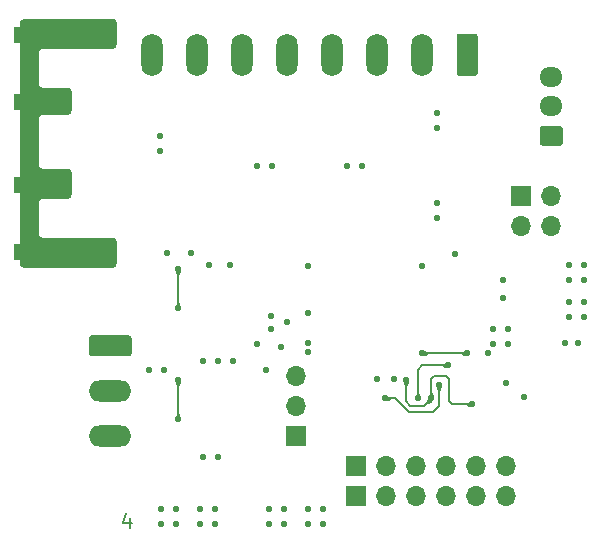
<source format=gbr>
G04 #@! TF.GenerationSoftware,KiCad,Pcbnew,(5.1.6)-1*
G04 #@! TF.CreationDate,2020-12-30T15:53:02+08:00*
G04 #@! TF.ProjectId,Module_ADS1263,4d6f6475-6c65-45f4-9144-53313236332e,rev?*
G04 #@! TF.SameCoordinates,Original*
G04 #@! TF.FileFunction,Copper,L4,Bot*
G04 #@! TF.FilePolarity,Positive*
%FSLAX46Y46*%
G04 Gerber Fmt 4.6, Leading zero omitted, Abs format (unit mm)*
G04 Created by KiCad (PCBNEW (5.1.6)-1) date 2020-12-30 15:53:02*
%MOMM*%
%LPD*%
G01*
G04 APERTURE LIST*
G04 #@! TA.AperFunction,NonConductor*
%ADD10C,0.203200*%
G04 #@! TD*
G04 #@! TA.AperFunction,ComponentPad*
%ADD11O,1.700000X1.700000*%
G04 #@! TD*
G04 #@! TA.AperFunction,ComponentPad*
%ADD12R,1.700000X1.700000*%
G04 #@! TD*
G04 #@! TA.AperFunction,ComponentPad*
%ADD13O,1.950000X1.700000*%
G04 #@! TD*
G04 #@! TA.AperFunction,SMDPad,CuDef*
%ADD14R,4.200000X1.350000*%
G04 #@! TD*
G04 #@! TA.AperFunction,ComponentPad*
%ADD15O,3.600000X1.800000*%
G04 #@! TD*
G04 #@! TA.AperFunction,ComponentPad*
%ADD16O,1.800000X3.600000*%
G04 #@! TD*
G04 #@! TA.AperFunction,ViaPad*
%ADD17C,0.558800*%
G04 #@! TD*
G04 #@! TA.AperFunction,Conductor*
%ADD18C,0.203200*%
G04 #@! TD*
G04 #@! TA.AperFunction,Conductor*
%ADD19C,0.127000*%
G04 #@! TD*
G04 #@! TA.AperFunction,Conductor*
%ADD20C,0.025400*%
G04 #@! TD*
G04 APERTURE END LIST*
D10*
X111611228Y-130167742D02*
X111611228Y-130980542D01*
X111320942Y-129703285D02*
X111030657Y-130574142D01*
X111785400Y-130574142D01*
D11*
X147320000Y-105410000D03*
X144780000Y-105410000D03*
X147320000Y-102870000D03*
D12*
X144780000Y-102870000D03*
D13*
X147320000Y-92790000D03*
X147320000Y-95290000D03*
G04 #@! TA.AperFunction,ComponentPad*
G36*
G01*
X148045000Y-98640000D02*
X146595000Y-98640000D01*
G75*
G02*
X146345000Y-98390000I0J250000D01*
G01*
X146345000Y-97190000D01*
G75*
G02*
X146595000Y-96940000I250000J0D01*
G01*
X148045000Y-96940000D01*
G75*
G02*
X148295000Y-97190000I0J-250000D01*
G01*
X148295000Y-98390000D01*
G75*
G02*
X148045000Y-98640000I-250000J0D01*
G01*
G37*
G04 #@! TD.AperFunction*
D14*
X103959000Y-107600000D03*
X103959000Y-101950000D03*
X103959000Y-94900000D03*
X103959000Y-89250000D03*
D11*
X143510000Y-128270000D03*
X140970000Y-128270000D03*
X138430000Y-128270000D03*
X135890000Y-128270000D03*
X133350000Y-128270000D03*
D12*
X130810000Y-128270000D03*
D11*
X143510000Y-125730000D03*
X140970000Y-125730000D03*
X138430000Y-125730000D03*
X135890000Y-125730000D03*
X133350000Y-125730000D03*
D12*
X130810000Y-125730000D03*
D15*
X109982000Y-123190000D03*
X109982000Y-119380000D03*
G04 #@! TA.AperFunction,ComponentPad*
G36*
G01*
X108432000Y-114670000D02*
X111532000Y-114670000D01*
G75*
G02*
X111782000Y-114920000I0J-250000D01*
G01*
X111782000Y-116220000D01*
G75*
G02*
X111532000Y-116470000I-250000J0D01*
G01*
X108432000Y-116470000D01*
G75*
G02*
X108182000Y-116220000I0J250000D01*
G01*
X108182000Y-114920000D01*
G75*
G02*
X108432000Y-114670000I250000J0D01*
G01*
G37*
G04 #@! TD.AperFunction*
D16*
X113538000Y-90932000D03*
X117348000Y-90932000D03*
X121158000Y-90932000D03*
X124968000Y-90932000D03*
X128778000Y-90932000D03*
X132588000Y-90932000D03*
X136398000Y-90932000D03*
G04 #@! TA.AperFunction,ComponentPad*
G36*
G01*
X141108000Y-89382000D02*
X141108000Y-92482000D01*
G75*
G02*
X140858000Y-92732000I-250000J0D01*
G01*
X139558000Y-92732000D01*
G75*
G02*
X139308000Y-92482000I0J250000D01*
G01*
X139308000Y-89382000D01*
G75*
G02*
X139558000Y-89132000I250000J0D01*
G01*
X140858000Y-89132000D01*
G75*
G02*
X141108000Y-89382000I0J-250000D01*
G01*
G37*
G04 #@! TD.AperFunction*
D11*
X125730000Y-118110000D03*
X125730000Y-120650000D03*
D12*
X125730000Y-123190000D03*
D17*
X104648000Y-107569000D03*
X103124000Y-107569000D03*
X104648000Y-101981000D03*
X103124000Y-101981000D03*
X104648000Y-94869000D03*
X103124000Y-94869000D03*
X104648000Y-89281000D03*
X103124000Y-89281000D03*
X114173000Y-97790000D03*
X114173000Y-99060000D03*
X137668000Y-95885000D03*
X137668000Y-97155000D03*
X130048000Y-100330000D03*
X131318000Y-100330000D03*
X137668000Y-103505000D03*
X137668000Y-104775000D03*
X122428000Y-100330000D03*
X123698000Y-100330000D03*
X113284000Y-117602000D03*
X114554000Y-117602000D03*
X117856000Y-116840000D03*
X119126000Y-116840000D03*
X120396000Y-116840000D03*
X117856000Y-124968000D03*
X119126000Y-124968000D03*
X114808000Y-107696000D03*
X116840000Y-107696000D03*
X118364000Y-108712000D03*
X120142000Y-108712000D03*
X123190000Y-117602000D03*
X124968000Y-113538000D03*
X124460000Y-115697000D03*
X123444000Y-129413000D03*
X124714000Y-129413000D03*
X123444000Y-130683000D03*
X124714000Y-130683000D03*
X148844000Y-109982000D03*
X148844000Y-108712000D03*
X150114000Y-109982000D03*
X150114000Y-108712000D03*
X103124000Y-97155000D03*
X103124000Y-98425000D03*
X103124000Y-99695000D03*
X106807000Y-107569000D03*
X108077000Y-107569000D03*
X109347000Y-107569000D03*
X106807000Y-89281000D03*
X108077000Y-89281000D03*
X109347000Y-89281000D03*
X133985000Y-118364000D03*
X126682500Y-115316000D03*
X126682500Y-116078000D03*
X126682500Y-108839000D03*
X117602000Y-129413000D03*
X118872000Y-129413000D03*
X118872000Y-130683000D03*
X117602000Y-130683000D03*
X132588000Y-118364000D03*
X126682500Y-112776000D03*
X114300000Y-129413000D03*
X115570000Y-129413000D03*
X114300000Y-130683000D03*
X115570000Y-130683000D03*
X123571000Y-113030000D03*
X123571000Y-114173000D03*
X122428000Y-115443000D03*
X136398000Y-108839000D03*
X139192000Y-107822994D03*
X126746000Y-129413000D03*
X128016000Y-129413000D03*
X128016000Y-130683000D03*
X126746000Y-130683000D03*
X148844000Y-111887000D03*
X150114000Y-111887000D03*
X148844000Y-113157000D03*
X150114000Y-113157000D03*
X148463000Y-115316000D03*
X149606000Y-115316000D03*
X143256000Y-111506000D03*
X143256000Y-109982000D03*
X141986000Y-116205000D03*
X142367000Y-114173000D03*
X143637000Y-114173000D03*
X143637000Y-115443000D03*
X142367000Y-115443000D03*
X145034000Y-119888000D03*
X143510000Y-118745000D03*
X137795000Y-118872000D03*
X133223000Y-120015000D03*
X138557000Y-117221000D03*
X136016996Y-120015000D03*
X140208000Y-116205000D03*
X136398000Y-116205000D03*
X137160000Y-120015000D03*
X135001000Y-118491000D03*
X140589000Y-120523000D03*
X115693500Y-118494500D03*
X115697000Y-121793000D03*
X115693500Y-109096500D03*
X115697000Y-112395000D03*
D18*
X137795000Y-120650000D02*
X137795000Y-118872000D01*
X137287000Y-121158000D02*
X137795000Y-120650000D01*
X135255000Y-121158000D02*
X137287000Y-121158000D01*
X133223000Y-120015000D02*
X134112000Y-120015000D01*
X134112000Y-120015000D02*
X135255000Y-121158000D01*
X136398000Y-117221000D02*
X136016996Y-117602004D01*
X138557000Y-117221000D02*
X136398000Y-117221000D01*
X136016996Y-119619869D02*
X136016996Y-120015000D01*
X136016996Y-117602004D02*
X136016996Y-119619869D01*
X140208000Y-116205000D02*
X136398000Y-116205000D01*
X136398000Y-116205000D02*
X136398000Y-116205000D01*
X135001000Y-118886131D02*
X135001000Y-118491000D01*
X135001000Y-120269000D02*
X135001000Y-118886131D01*
X137160000Y-120015000D02*
X136525000Y-120650000D01*
X135382000Y-120650000D02*
X135001000Y-120269000D01*
X136525000Y-120650000D02*
X135382000Y-120650000D01*
X138938000Y-120523000D02*
X140589000Y-120523000D01*
X137160000Y-118364000D02*
X137414000Y-118110000D01*
X138430000Y-118110000D02*
X138684000Y-118364000D01*
X138684000Y-120269000D02*
X138938000Y-120523000D01*
X137160000Y-120015000D02*
X137160000Y-118364000D01*
X137414000Y-118110000D02*
X138430000Y-118110000D01*
X138684000Y-118364000D02*
X138684000Y-120269000D01*
X115693500Y-118494500D02*
X115693500Y-121789500D01*
X115693500Y-109096500D02*
X115693500Y-112391500D01*
D19*
G36*
X110206866Y-87963791D02*
G01*
X110295158Y-88008779D01*
X110365221Y-88078842D01*
X110410209Y-88167134D01*
X110426500Y-88269996D01*
X110426500Y-90038004D01*
X110410209Y-90140866D01*
X110365221Y-90229158D01*
X110295158Y-90299221D01*
X110206866Y-90344209D01*
X110104004Y-90360500D01*
X104267000Y-90360500D01*
X104257067Y-90361282D01*
X104139332Y-90379929D01*
X104127287Y-90383072D01*
X104120436Y-90386068D01*
X104014225Y-90440186D01*
X104003741Y-90446898D01*
X103998153Y-90451864D01*
X103913864Y-90536153D01*
X103905967Y-90545775D01*
X103902186Y-90552225D01*
X103848068Y-90658436D01*
X103843531Y-90670028D01*
X103841929Y-90677332D01*
X103823282Y-90795067D01*
X103822500Y-90805000D01*
X103822500Y-93345000D01*
X103823282Y-93354933D01*
X103841929Y-93472668D01*
X103845072Y-93484713D01*
X103848068Y-93491564D01*
X103902186Y-93597775D01*
X103908898Y-93608259D01*
X103913864Y-93613847D01*
X103998153Y-93698136D01*
X104007775Y-93706033D01*
X104014225Y-93709814D01*
X104120436Y-93763932D01*
X104132028Y-93768469D01*
X104139332Y-93770071D01*
X104257067Y-93788718D01*
X104267000Y-93789500D01*
X106294004Y-93789500D01*
X106396866Y-93805791D01*
X106485158Y-93850779D01*
X106555221Y-93920842D01*
X106600209Y-94009134D01*
X106616500Y-94111996D01*
X106616500Y-95626004D01*
X106600209Y-95728866D01*
X106555221Y-95817158D01*
X106485158Y-95887221D01*
X106396866Y-95932209D01*
X106294004Y-95948500D01*
X104267000Y-95948500D01*
X104257067Y-95949282D01*
X104139332Y-95967929D01*
X104127287Y-95971072D01*
X104120436Y-95974068D01*
X104014225Y-96028186D01*
X104003741Y-96034898D01*
X103998153Y-96039864D01*
X103913864Y-96124153D01*
X103905967Y-96133775D01*
X103902186Y-96140225D01*
X103848068Y-96246436D01*
X103843531Y-96258028D01*
X103841929Y-96265332D01*
X103823282Y-96383067D01*
X103822500Y-96393000D01*
X103822500Y-100203000D01*
X103823282Y-100212933D01*
X103841929Y-100330668D01*
X103845072Y-100342713D01*
X103848068Y-100349564D01*
X103902186Y-100455775D01*
X103908898Y-100466259D01*
X103913864Y-100471847D01*
X103998153Y-100556136D01*
X104007775Y-100564033D01*
X104014225Y-100567814D01*
X104120436Y-100621932D01*
X104132028Y-100626469D01*
X104139332Y-100628071D01*
X104257067Y-100646718D01*
X104267000Y-100647500D01*
X106294004Y-100647500D01*
X106396866Y-100663791D01*
X106485158Y-100708779D01*
X106555221Y-100778842D01*
X106600209Y-100867134D01*
X106616500Y-100969996D01*
X106616500Y-102738004D01*
X106600209Y-102840866D01*
X106555221Y-102929158D01*
X106485158Y-102999221D01*
X106396866Y-103044209D01*
X106294004Y-103060500D01*
X104267000Y-103060500D01*
X104257067Y-103061282D01*
X104139332Y-103079929D01*
X104127287Y-103083072D01*
X104120436Y-103086068D01*
X104014225Y-103140186D01*
X104003741Y-103146898D01*
X103998153Y-103151864D01*
X103913864Y-103236153D01*
X103905967Y-103245775D01*
X103902186Y-103252225D01*
X103848068Y-103358436D01*
X103843531Y-103370028D01*
X103841929Y-103377332D01*
X103823282Y-103495067D01*
X103822500Y-103505000D01*
X103822500Y-106045000D01*
X103823282Y-106054933D01*
X103841929Y-106172668D01*
X103845072Y-106184713D01*
X103848068Y-106191564D01*
X103902186Y-106297775D01*
X103908898Y-106308259D01*
X103913864Y-106313847D01*
X103998153Y-106398136D01*
X104007775Y-106406033D01*
X104014225Y-106409814D01*
X104120436Y-106463932D01*
X104132028Y-106468469D01*
X104139332Y-106470071D01*
X104257067Y-106488718D01*
X104267000Y-106489500D01*
X110104004Y-106489500D01*
X110206866Y-106505791D01*
X110295158Y-106550779D01*
X110365221Y-106620842D01*
X110410209Y-106709134D01*
X110426500Y-106811996D01*
X110426500Y-108580004D01*
X110410209Y-108682866D01*
X110365221Y-108771158D01*
X110295158Y-108841221D01*
X110206866Y-108886209D01*
X110104004Y-108902500D01*
X102747996Y-108902500D01*
X102645134Y-108886209D01*
X102556842Y-108841221D01*
X102486779Y-108771158D01*
X102441791Y-108682866D01*
X102425500Y-108580004D01*
X102425500Y-88269996D01*
X102441791Y-88167134D01*
X102486779Y-88078842D01*
X102556842Y-88008779D01*
X102645134Y-87963791D01*
X102747996Y-87947500D01*
X110104004Y-87947500D01*
X110206866Y-87963791D01*
G37*
X110206866Y-87963791D02*
X110295158Y-88008779D01*
X110365221Y-88078842D01*
X110410209Y-88167134D01*
X110426500Y-88269996D01*
X110426500Y-90038004D01*
X110410209Y-90140866D01*
X110365221Y-90229158D01*
X110295158Y-90299221D01*
X110206866Y-90344209D01*
X110104004Y-90360500D01*
X104267000Y-90360500D01*
X104257067Y-90361282D01*
X104139332Y-90379929D01*
X104127287Y-90383072D01*
X104120436Y-90386068D01*
X104014225Y-90440186D01*
X104003741Y-90446898D01*
X103998153Y-90451864D01*
X103913864Y-90536153D01*
X103905967Y-90545775D01*
X103902186Y-90552225D01*
X103848068Y-90658436D01*
X103843531Y-90670028D01*
X103841929Y-90677332D01*
X103823282Y-90795067D01*
X103822500Y-90805000D01*
X103822500Y-93345000D01*
X103823282Y-93354933D01*
X103841929Y-93472668D01*
X103845072Y-93484713D01*
X103848068Y-93491564D01*
X103902186Y-93597775D01*
X103908898Y-93608259D01*
X103913864Y-93613847D01*
X103998153Y-93698136D01*
X104007775Y-93706033D01*
X104014225Y-93709814D01*
X104120436Y-93763932D01*
X104132028Y-93768469D01*
X104139332Y-93770071D01*
X104257067Y-93788718D01*
X104267000Y-93789500D01*
X106294004Y-93789500D01*
X106396866Y-93805791D01*
X106485158Y-93850779D01*
X106555221Y-93920842D01*
X106600209Y-94009134D01*
X106616500Y-94111996D01*
X106616500Y-95626004D01*
X106600209Y-95728866D01*
X106555221Y-95817158D01*
X106485158Y-95887221D01*
X106396866Y-95932209D01*
X106294004Y-95948500D01*
X104267000Y-95948500D01*
X104257067Y-95949282D01*
X104139332Y-95967929D01*
X104127287Y-95971072D01*
X104120436Y-95974068D01*
X104014225Y-96028186D01*
X104003741Y-96034898D01*
X103998153Y-96039864D01*
X103913864Y-96124153D01*
X103905967Y-96133775D01*
X103902186Y-96140225D01*
X103848068Y-96246436D01*
X103843531Y-96258028D01*
X103841929Y-96265332D01*
X103823282Y-96383067D01*
X103822500Y-96393000D01*
X103822500Y-100203000D01*
X103823282Y-100212933D01*
X103841929Y-100330668D01*
X103845072Y-100342713D01*
X103848068Y-100349564D01*
X103902186Y-100455775D01*
X103908898Y-100466259D01*
X103913864Y-100471847D01*
X103998153Y-100556136D01*
X104007775Y-100564033D01*
X104014225Y-100567814D01*
X104120436Y-100621932D01*
X104132028Y-100626469D01*
X104139332Y-100628071D01*
X104257067Y-100646718D01*
X104267000Y-100647500D01*
X106294004Y-100647500D01*
X106396866Y-100663791D01*
X106485158Y-100708779D01*
X106555221Y-100778842D01*
X106600209Y-100867134D01*
X106616500Y-100969996D01*
X106616500Y-102738004D01*
X106600209Y-102840866D01*
X106555221Y-102929158D01*
X106485158Y-102999221D01*
X106396866Y-103044209D01*
X106294004Y-103060500D01*
X104267000Y-103060500D01*
X104257067Y-103061282D01*
X104139332Y-103079929D01*
X104127287Y-103083072D01*
X104120436Y-103086068D01*
X104014225Y-103140186D01*
X104003741Y-103146898D01*
X103998153Y-103151864D01*
X103913864Y-103236153D01*
X103905967Y-103245775D01*
X103902186Y-103252225D01*
X103848068Y-103358436D01*
X103843531Y-103370028D01*
X103841929Y-103377332D01*
X103823282Y-103495067D01*
X103822500Y-103505000D01*
X103822500Y-106045000D01*
X103823282Y-106054933D01*
X103841929Y-106172668D01*
X103845072Y-106184713D01*
X103848068Y-106191564D01*
X103902186Y-106297775D01*
X103908898Y-106308259D01*
X103913864Y-106313847D01*
X103998153Y-106398136D01*
X104007775Y-106406033D01*
X104014225Y-106409814D01*
X104120436Y-106463932D01*
X104132028Y-106468469D01*
X104139332Y-106470071D01*
X104257067Y-106488718D01*
X104267000Y-106489500D01*
X110104004Y-106489500D01*
X110206866Y-106505791D01*
X110295158Y-106550779D01*
X110365221Y-106620842D01*
X110410209Y-106709134D01*
X110426500Y-106811996D01*
X110426500Y-108580004D01*
X110410209Y-108682866D01*
X110365221Y-108771158D01*
X110295158Y-108841221D01*
X110206866Y-108886209D01*
X110104004Y-108902500D01*
X102747996Y-108902500D01*
X102645134Y-108886209D01*
X102556842Y-108841221D01*
X102486779Y-108771158D01*
X102441791Y-108682866D01*
X102425500Y-108580004D01*
X102425500Y-88269996D01*
X102441791Y-88167134D01*
X102486779Y-88078842D01*
X102556842Y-88008779D01*
X102645134Y-87963791D01*
X102747996Y-87947500D01*
X110104004Y-87947500D01*
X110206866Y-87963791D01*
D20*
G36*
X137844892Y-118871943D02*
G01*
X137882624Y-118909709D01*
X137970985Y-119062970D01*
X137969502Y-119075556D01*
X137955174Y-119091944D01*
X137954862Y-119092314D01*
X137954739Y-119092466D01*
X137954415Y-119092885D01*
X137939501Y-119112976D01*
X137939256Y-119113317D01*
X137939193Y-119113408D01*
X137938849Y-119113932D01*
X137925755Y-119134994D01*
X137925757Y-119134995D01*
X137925220Y-119135938D01*
X137913954Y-119157980D01*
X137913509Y-119158950D01*
X137904133Y-119181860D01*
X137903940Y-119182361D01*
X137903918Y-119182422D01*
X137903752Y-119182914D01*
X137896273Y-119206649D01*
X137896137Y-119207110D01*
X137896097Y-119207256D01*
X137895963Y-119207791D01*
X137890367Y-119232351D01*
X137890257Y-119232891D01*
X137890215Y-119233121D01*
X137890143Y-119233558D01*
X137886417Y-119258946D01*
X137886357Y-119259414D01*
X137886323Y-119259726D01*
X137886280Y-119260201D01*
X137884732Y-119281972D01*
X137877927Y-119288544D01*
X137712073Y-119288544D01*
X137705268Y-119281972D01*
X137703719Y-119260201D01*
X137703676Y-119259726D01*
X137703642Y-119259414D01*
X137703582Y-119258946D01*
X137699857Y-119233559D01*
X137699778Y-119233079D01*
X137699735Y-119232848D01*
X137699632Y-119232351D01*
X137694036Y-119207791D01*
X137693902Y-119207256D01*
X137693862Y-119207110D01*
X137693726Y-119206649D01*
X137686247Y-119182914D01*
X137686081Y-119182422D01*
X137686059Y-119182361D01*
X137685866Y-119181860D01*
X137676490Y-119158950D01*
X137676045Y-119157980D01*
X137664779Y-119135938D01*
X137664360Y-119135184D01*
X137664348Y-119135164D01*
X137664243Y-119134992D01*
X137651149Y-119113931D01*
X137650806Y-119113408D01*
X137650743Y-119113317D01*
X137650498Y-119112976D01*
X137635584Y-119092885D01*
X137635260Y-119092466D01*
X137635137Y-119092314D01*
X137634825Y-119091944D01*
X137620498Y-119075556D01*
X137619015Y-119062969D01*
X137707376Y-118909709D01*
X137745108Y-118871943D01*
X137795000Y-118858566D01*
X137844892Y-118871943D01*
G37*
X137844892Y-118871943D02*
X137882624Y-118909709D01*
X137970985Y-119062970D01*
X137969502Y-119075556D01*
X137955174Y-119091944D01*
X137954862Y-119092314D01*
X137954739Y-119092466D01*
X137954415Y-119092885D01*
X137939501Y-119112976D01*
X137939256Y-119113317D01*
X137939193Y-119113408D01*
X137938849Y-119113932D01*
X137925755Y-119134994D01*
X137925757Y-119134995D01*
X137925220Y-119135938D01*
X137913954Y-119157980D01*
X137913509Y-119158950D01*
X137904133Y-119181860D01*
X137903940Y-119182361D01*
X137903918Y-119182422D01*
X137903752Y-119182914D01*
X137896273Y-119206649D01*
X137896137Y-119207110D01*
X137896097Y-119207256D01*
X137895963Y-119207791D01*
X137890367Y-119232351D01*
X137890257Y-119232891D01*
X137890215Y-119233121D01*
X137890143Y-119233558D01*
X137886417Y-119258946D01*
X137886357Y-119259414D01*
X137886323Y-119259726D01*
X137886280Y-119260201D01*
X137884732Y-119281972D01*
X137877927Y-119288544D01*
X137712073Y-119288544D01*
X137705268Y-119281972D01*
X137703719Y-119260201D01*
X137703676Y-119259726D01*
X137703642Y-119259414D01*
X137703582Y-119258946D01*
X137699857Y-119233559D01*
X137699778Y-119233079D01*
X137699735Y-119232848D01*
X137699632Y-119232351D01*
X137694036Y-119207791D01*
X137693902Y-119207256D01*
X137693862Y-119207110D01*
X137693726Y-119206649D01*
X137686247Y-119182914D01*
X137686081Y-119182422D01*
X137686059Y-119182361D01*
X137685866Y-119181860D01*
X137676490Y-119158950D01*
X137676045Y-119157980D01*
X137664779Y-119135938D01*
X137664360Y-119135184D01*
X137664348Y-119135164D01*
X137664243Y-119134992D01*
X137651149Y-119113931D01*
X137650806Y-119113408D01*
X137650743Y-119113317D01*
X137650498Y-119112976D01*
X137635584Y-119092885D01*
X137635260Y-119092466D01*
X137635137Y-119092314D01*
X137634825Y-119091944D01*
X137620498Y-119075556D01*
X137619015Y-119062969D01*
X137707376Y-118909709D01*
X137745108Y-118871943D01*
X137795000Y-118858566D01*
X137844892Y-118871943D01*
G36*
X133426556Y-119840498D02*
G01*
X133442944Y-119854826D01*
X133443353Y-119855169D01*
X133443505Y-119855291D01*
X133443885Y-119855584D01*
X133463976Y-119870499D01*
X133464395Y-119870798D01*
X133464486Y-119870860D01*
X133464931Y-119871149D01*
X133485993Y-119884244D01*
X133486336Y-119884450D01*
X133486355Y-119884461D01*
X133486938Y-119884779D01*
X133508980Y-119896045D01*
X133509950Y-119896490D01*
X133532860Y-119905866D01*
X133533361Y-119906059D01*
X133533422Y-119906081D01*
X133533914Y-119906247D01*
X133557649Y-119913726D01*
X133558188Y-119913883D01*
X133558334Y-119913922D01*
X133558790Y-119914035D01*
X133583350Y-119919632D01*
X133583848Y-119919735D01*
X133584079Y-119919778D01*
X133584559Y-119919857D01*
X133609946Y-119923582D01*
X133610414Y-119923642D01*
X133610726Y-119923676D01*
X133611201Y-119923719D01*
X133632972Y-119925268D01*
X133639544Y-119932073D01*
X133639544Y-120097927D01*
X133632972Y-120104732D01*
X133611201Y-120106281D01*
X133610766Y-120106319D01*
X133610454Y-120106352D01*
X133609946Y-120106417D01*
X133584559Y-120110143D01*
X133584131Y-120110213D01*
X133583900Y-120110255D01*
X133583350Y-120110367D01*
X133558790Y-120115964D01*
X133558334Y-120116077D01*
X133558188Y-120116116D01*
X133557649Y-120116273D01*
X133533914Y-120123752D01*
X133533422Y-120123918D01*
X133533361Y-120123940D01*
X133532860Y-120124133D01*
X133509950Y-120133509D01*
X133508980Y-120133954D01*
X133486938Y-120145220D01*
X133485995Y-120145757D01*
X133485994Y-120145755D01*
X133464932Y-120158849D01*
X133464408Y-120159193D01*
X133464317Y-120159256D01*
X133463976Y-120159501D01*
X133443885Y-120174415D01*
X133443466Y-120174739D01*
X133443314Y-120174862D01*
X133442944Y-120175174D01*
X133426556Y-120189502D01*
X133413970Y-120190985D01*
X133260709Y-120102624D01*
X133222943Y-120064892D01*
X133209566Y-120015000D01*
X133222943Y-119965108D01*
X133260709Y-119927376D01*
X133413969Y-119839015D01*
X133426556Y-119840498D01*
G37*
X133426556Y-119840498D02*
X133442944Y-119854826D01*
X133443353Y-119855169D01*
X133443505Y-119855291D01*
X133443885Y-119855584D01*
X133463976Y-119870499D01*
X133464395Y-119870798D01*
X133464486Y-119870860D01*
X133464931Y-119871149D01*
X133485993Y-119884244D01*
X133486336Y-119884450D01*
X133486355Y-119884461D01*
X133486938Y-119884779D01*
X133508980Y-119896045D01*
X133509950Y-119896490D01*
X133532860Y-119905866D01*
X133533361Y-119906059D01*
X133533422Y-119906081D01*
X133533914Y-119906247D01*
X133557649Y-119913726D01*
X133558188Y-119913883D01*
X133558334Y-119913922D01*
X133558790Y-119914035D01*
X133583350Y-119919632D01*
X133583848Y-119919735D01*
X133584079Y-119919778D01*
X133584559Y-119919857D01*
X133609946Y-119923582D01*
X133610414Y-119923642D01*
X133610726Y-119923676D01*
X133611201Y-119923719D01*
X133632972Y-119925268D01*
X133639544Y-119932073D01*
X133639544Y-120097927D01*
X133632972Y-120104732D01*
X133611201Y-120106281D01*
X133610766Y-120106319D01*
X133610454Y-120106352D01*
X133609946Y-120106417D01*
X133584559Y-120110143D01*
X133584131Y-120110213D01*
X133583900Y-120110255D01*
X133583350Y-120110367D01*
X133558790Y-120115964D01*
X133558334Y-120116077D01*
X133558188Y-120116116D01*
X133557649Y-120116273D01*
X133533914Y-120123752D01*
X133533422Y-120123918D01*
X133533361Y-120123940D01*
X133532860Y-120124133D01*
X133509950Y-120133509D01*
X133508980Y-120133954D01*
X133486938Y-120145220D01*
X133485995Y-120145757D01*
X133485994Y-120145755D01*
X133464932Y-120158849D01*
X133464408Y-120159193D01*
X133464317Y-120159256D01*
X133463976Y-120159501D01*
X133443885Y-120174415D01*
X133443466Y-120174739D01*
X133443314Y-120174862D01*
X133442944Y-120175174D01*
X133426556Y-120189502D01*
X133413970Y-120190985D01*
X133260709Y-120102624D01*
X133222943Y-120064892D01*
X133209566Y-120015000D01*
X133222943Y-119965108D01*
X133260709Y-119927376D01*
X133413969Y-119839015D01*
X133426556Y-119840498D01*
G36*
X138519292Y-117133376D02*
G01*
X138557057Y-117171108D01*
X138570434Y-117221000D01*
X138557057Y-117270892D01*
X138519292Y-117308624D01*
X138366031Y-117396985D01*
X138353444Y-117395502D01*
X138337055Y-117381174D01*
X138336685Y-117380862D01*
X138336533Y-117380739D01*
X138336114Y-117380415D01*
X138316023Y-117365501D01*
X138315682Y-117365256D01*
X138315591Y-117365193D01*
X138315068Y-117364850D01*
X138294007Y-117351756D01*
X138293835Y-117351651D01*
X138293815Y-117351639D01*
X138293061Y-117351220D01*
X138271019Y-117339954D01*
X138270049Y-117339509D01*
X138247139Y-117330133D01*
X138246638Y-117329940D01*
X138246577Y-117329918D01*
X138246085Y-117329752D01*
X138222350Y-117322273D01*
X138221811Y-117322116D01*
X138221665Y-117322077D01*
X138221209Y-117321964D01*
X138196649Y-117316367D01*
X138196099Y-117316255D01*
X138195868Y-117316213D01*
X138195440Y-117316143D01*
X138170053Y-117312417D01*
X138169545Y-117312352D01*
X138169233Y-117312319D01*
X138168798Y-117312281D01*
X138147028Y-117310732D01*
X138140456Y-117303928D01*
X138140456Y-117138072D01*
X138147028Y-117131268D01*
X138168798Y-117129719D01*
X138169273Y-117129676D01*
X138169585Y-117129642D01*
X138170053Y-117129582D01*
X138195441Y-117125857D01*
X138195931Y-117125776D01*
X138196161Y-117125733D01*
X138196648Y-117125632D01*
X138221208Y-117120036D01*
X138221743Y-117119902D01*
X138221889Y-117119862D01*
X138222350Y-117119726D01*
X138246085Y-117112247D01*
X138246577Y-117112081D01*
X138246638Y-117112059D01*
X138247139Y-117111866D01*
X138270049Y-117102490D01*
X138271019Y-117102045D01*
X138293061Y-117090779D01*
X138293401Y-117090598D01*
X138293421Y-117090587D01*
X138294007Y-117090244D01*
X138315068Y-117077149D01*
X138315513Y-117076860D01*
X138315604Y-117076798D01*
X138316023Y-117076499D01*
X138336114Y-117061584D01*
X138336533Y-117061260D01*
X138336685Y-117061137D01*
X138337055Y-117060826D01*
X138353445Y-117046498D01*
X138366031Y-117045015D01*
X138519292Y-117133376D01*
G37*
X138519292Y-117133376D02*
X138557057Y-117171108D01*
X138570434Y-117221000D01*
X138557057Y-117270892D01*
X138519292Y-117308624D01*
X138366031Y-117396985D01*
X138353444Y-117395502D01*
X138337055Y-117381174D01*
X138336685Y-117380862D01*
X138336533Y-117380739D01*
X138336114Y-117380415D01*
X138316023Y-117365501D01*
X138315682Y-117365256D01*
X138315591Y-117365193D01*
X138315068Y-117364850D01*
X138294007Y-117351756D01*
X138293835Y-117351651D01*
X138293815Y-117351639D01*
X138293061Y-117351220D01*
X138271019Y-117339954D01*
X138270049Y-117339509D01*
X138247139Y-117330133D01*
X138246638Y-117329940D01*
X138246577Y-117329918D01*
X138246085Y-117329752D01*
X138222350Y-117322273D01*
X138221811Y-117322116D01*
X138221665Y-117322077D01*
X138221209Y-117321964D01*
X138196649Y-117316367D01*
X138196099Y-117316255D01*
X138195868Y-117316213D01*
X138195440Y-117316143D01*
X138170053Y-117312417D01*
X138169545Y-117312352D01*
X138169233Y-117312319D01*
X138168798Y-117312281D01*
X138147028Y-117310732D01*
X138140456Y-117303928D01*
X138140456Y-117138072D01*
X138147028Y-117131268D01*
X138168798Y-117129719D01*
X138169273Y-117129676D01*
X138169585Y-117129642D01*
X138170053Y-117129582D01*
X138195441Y-117125857D01*
X138195931Y-117125776D01*
X138196161Y-117125733D01*
X138196648Y-117125632D01*
X138221208Y-117120036D01*
X138221743Y-117119902D01*
X138221889Y-117119862D01*
X138222350Y-117119726D01*
X138246085Y-117112247D01*
X138246577Y-117112081D01*
X138246638Y-117112059D01*
X138247139Y-117111866D01*
X138270049Y-117102490D01*
X138271019Y-117102045D01*
X138293061Y-117090779D01*
X138293401Y-117090598D01*
X138293421Y-117090587D01*
X138294007Y-117090244D01*
X138315068Y-117077149D01*
X138315513Y-117076860D01*
X138315604Y-117076798D01*
X138316023Y-117076499D01*
X138336114Y-117061584D01*
X138336533Y-117061260D01*
X138336685Y-117061137D01*
X138337055Y-117060826D01*
X138353445Y-117046498D01*
X138366031Y-117045015D01*
X138519292Y-117133376D01*
G36*
X136106852Y-119636056D02*
G01*
X136108298Y-119651791D01*
X136108518Y-119652934D01*
X136108458Y-119652945D01*
X136112203Y-119673129D01*
X136112333Y-119673744D01*
X136112347Y-119673803D01*
X136112479Y-119674311D01*
X136118072Y-119694188D01*
X136118258Y-119694790D01*
X136118304Y-119694927D01*
X136118469Y-119695390D01*
X136125897Y-119714968D01*
X136126107Y-119715486D01*
X136126197Y-119715695D01*
X136126410Y-119716165D01*
X136135665Y-119735457D01*
X136135911Y-119735943D01*
X136136054Y-119736211D01*
X136136285Y-119736624D01*
X136147361Y-119755640D01*
X136147625Y-119756073D01*
X136147827Y-119756390D01*
X136148072Y-119756761D01*
X136160967Y-119775514D01*
X136161234Y-119775887D01*
X136161496Y-119776240D01*
X136161755Y-119776577D01*
X136176469Y-119795076D01*
X136176740Y-119795405D01*
X136177470Y-119796262D01*
X136177725Y-119796553D01*
X136191539Y-119811804D01*
X136193027Y-119823952D01*
X136104620Y-119977292D01*
X136066888Y-120015057D01*
X136016996Y-120028434D01*
X135967104Y-120015057D01*
X135929372Y-119977292D01*
X135840965Y-119823951D01*
X135842453Y-119811804D01*
X135856263Y-119796557D01*
X135856520Y-119796264D01*
X135857253Y-119795403D01*
X135857522Y-119795076D01*
X135872237Y-119776577D01*
X135872510Y-119776221D01*
X135872771Y-119775868D01*
X135873023Y-119775514D01*
X135885919Y-119756761D01*
X135886181Y-119756366D01*
X135886382Y-119756049D01*
X135886630Y-119755640D01*
X135897706Y-119736624D01*
X135897937Y-119736211D01*
X135898080Y-119735943D01*
X135898326Y-119735457D01*
X135907581Y-119716165D01*
X135907794Y-119715695D01*
X135907884Y-119715486D01*
X135908094Y-119714969D01*
X135915523Y-119695391D01*
X135915715Y-119694848D01*
X135915760Y-119694711D01*
X135915919Y-119694189D01*
X135921513Y-119674312D01*
X135921691Y-119673604D01*
X135921704Y-119673545D01*
X135921788Y-119673130D01*
X135925534Y-119652947D01*
X135925633Y-119651786D01*
X135925693Y-119651791D01*
X135927139Y-119636056D01*
X135930790Y-119632569D01*
X136103202Y-119632569D01*
X136106852Y-119636056D01*
G37*
X136106852Y-119636056D02*
X136108298Y-119651791D01*
X136108518Y-119652934D01*
X136108458Y-119652945D01*
X136112203Y-119673129D01*
X136112333Y-119673744D01*
X136112347Y-119673803D01*
X136112479Y-119674311D01*
X136118072Y-119694188D01*
X136118258Y-119694790D01*
X136118304Y-119694927D01*
X136118469Y-119695390D01*
X136125897Y-119714968D01*
X136126107Y-119715486D01*
X136126197Y-119715695D01*
X136126410Y-119716165D01*
X136135665Y-119735457D01*
X136135911Y-119735943D01*
X136136054Y-119736211D01*
X136136285Y-119736624D01*
X136147361Y-119755640D01*
X136147625Y-119756073D01*
X136147827Y-119756390D01*
X136148072Y-119756761D01*
X136160967Y-119775514D01*
X136161234Y-119775887D01*
X136161496Y-119776240D01*
X136161755Y-119776577D01*
X136176469Y-119795076D01*
X136176740Y-119795405D01*
X136177470Y-119796262D01*
X136177725Y-119796553D01*
X136191539Y-119811804D01*
X136193027Y-119823952D01*
X136104620Y-119977292D01*
X136066888Y-120015057D01*
X136016996Y-120028434D01*
X135967104Y-120015057D01*
X135929372Y-119977292D01*
X135840965Y-119823951D01*
X135842453Y-119811804D01*
X135856263Y-119796557D01*
X135856520Y-119796264D01*
X135857253Y-119795403D01*
X135857522Y-119795076D01*
X135872237Y-119776577D01*
X135872510Y-119776221D01*
X135872771Y-119775868D01*
X135873023Y-119775514D01*
X135885919Y-119756761D01*
X135886181Y-119756366D01*
X135886382Y-119756049D01*
X135886630Y-119755640D01*
X135897706Y-119736624D01*
X135897937Y-119736211D01*
X135898080Y-119735943D01*
X135898326Y-119735457D01*
X135907581Y-119716165D01*
X135907794Y-119715695D01*
X135907884Y-119715486D01*
X135908094Y-119714969D01*
X135915523Y-119695391D01*
X135915715Y-119694848D01*
X135915760Y-119694711D01*
X135915919Y-119694189D01*
X135921513Y-119674312D01*
X135921691Y-119673604D01*
X135921704Y-119673545D01*
X135921788Y-119673130D01*
X135925534Y-119652947D01*
X135925633Y-119651786D01*
X135925693Y-119651791D01*
X135927139Y-119636056D01*
X135930790Y-119632569D01*
X136103202Y-119632569D01*
X136106852Y-119636056D01*
G36*
X140170292Y-116117376D02*
G01*
X140208057Y-116155108D01*
X140221434Y-116205000D01*
X140208057Y-116254892D01*
X140170292Y-116292624D01*
X140017031Y-116380985D01*
X140004444Y-116379502D01*
X139988055Y-116365174D01*
X139987685Y-116364862D01*
X139987533Y-116364739D01*
X139987114Y-116364415D01*
X139967023Y-116349501D01*
X139966682Y-116349256D01*
X139966591Y-116349193D01*
X139966068Y-116348850D01*
X139945007Y-116335756D01*
X139944835Y-116335651D01*
X139944815Y-116335639D01*
X139944061Y-116335220D01*
X139922019Y-116323954D01*
X139921049Y-116323509D01*
X139898139Y-116314133D01*
X139897638Y-116313940D01*
X139897577Y-116313918D01*
X139897085Y-116313752D01*
X139873350Y-116306273D01*
X139872811Y-116306116D01*
X139872665Y-116306077D01*
X139872209Y-116305964D01*
X139847649Y-116300367D01*
X139847099Y-116300255D01*
X139846868Y-116300213D01*
X139846440Y-116300143D01*
X139821053Y-116296417D01*
X139820545Y-116296352D01*
X139820233Y-116296319D01*
X139819798Y-116296281D01*
X139798028Y-116294732D01*
X139791456Y-116287928D01*
X139791456Y-116122072D01*
X139798028Y-116115268D01*
X139819798Y-116113719D01*
X139820273Y-116113676D01*
X139820585Y-116113642D01*
X139821053Y-116113582D01*
X139846441Y-116109857D01*
X139846931Y-116109776D01*
X139847161Y-116109733D01*
X139847648Y-116109632D01*
X139872208Y-116104036D01*
X139872743Y-116103902D01*
X139872889Y-116103862D01*
X139873350Y-116103726D01*
X139897085Y-116096247D01*
X139897577Y-116096081D01*
X139897638Y-116096059D01*
X139898139Y-116095866D01*
X139921049Y-116086490D01*
X139922019Y-116086045D01*
X139944061Y-116074779D01*
X139944401Y-116074598D01*
X139944421Y-116074587D01*
X139945007Y-116074244D01*
X139966068Y-116061149D01*
X139966513Y-116060860D01*
X139966604Y-116060798D01*
X139967023Y-116060499D01*
X139987114Y-116045584D01*
X139987533Y-116045260D01*
X139987685Y-116045137D01*
X139988055Y-116044826D01*
X140004445Y-116030498D01*
X140017031Y-116029015D01*
X140170292Y-116117376D01*
G37*
X140170292Y-116117376D02*
X140208057Y-116155108D01*
X140221434Y-116205000D01*
X140208057Y-116254892D01*
X140170292Y-116292624D01*
X140017031Y-116380985D01*
X140004444Y-116379502D01*
X139988055Y-116365174D01*
X139987685Y-116364862D01*
X139987533Y-116364739D01*
X139987114Y-116364415D01*
X139967023Y-116349501D01*
X139966682Y-116349256D01*
X139966591Y-116349193D01*
X139966068Y-116348850D01*
X139945007Y-116335756D01*
X139944835Y-116335651D01*
X139944815Y-116335639D01*
X139944061Y-116335220D01*
X139922019Y-116323954D01*
X139921049Y-116323509D01*
X139898139Y-116314133D01*
X139897638Y-116313940D01*
X139897577Y-116313918D01*
X139897085Y-116313752D01*
X139873350Y-116306273D01*
X139872811Y-116306116D01*
X139872665Y-116306077D01*
X139872209Y-116305964D01*
X139847649Y-116300367D01*
X139847099Y-116300255D01*
X139846868Y-116300213D01*
X139846440Y-116300143D01*
X139821053Y-116296417D01*
X139820545Y-116296352D01*
X139820233Y-116296319D01*
X139819798Y-116296281D01*
X139798028Y-116294732D01*
X139791456Y-116287928D01*
X139791456Y-116122072D01*
X139798028Y-116115268D01*
X139819798Y-116113719D01*
X139820273Y-116113676D01*
X139820585Y-116113642D01*
X139821053Y-116113582D01*
X139846441Y-116109857D01*
X139846931Y-116109776D01*
X139847161Y-116109733D01*
X139847648Y-116109632D01*
X139872208Y-116104036D01*
X139872743Y-116103902D01*
X139872889Y-116103862D01*
X139873350Y-116103726D01*
X139897085Y-116096247D01*
X139897577Y-116096081D01*
X139897638Y-116096059D01*
X139898139Y-116095866D01*
X139921049Y-116086490D01*
X139922019Y-116086045D01*
X139944061Y-116074779D01*
X139944401Y-116074598D01*
X139944421Y-116074587D01*
X139945007Y-116074244D01*
X139966068Y-116061149D01*
X139966513Y-116060860D01*
X139966604Y-116060798D01*
X139967023Y-116060499D01*
X139987114Y-116045584D01*
X139987533Y-116045260D01*
X139987685Y-116045137D01*
X139988055Y-116044826D01*
X140004445Y-116030498D01*
X140017031Y-116029015D01*
X140170292Y-116117376D01*
G36*
X136601556Y-116030498D02*
G01*
X136617944Y-116044826D01*
X136618353Y-116045169D01*
X136618505Y-116045291D01*
X136618885Y-116045584D01*
X136638976Y-116060499D01*
X136639395Y-116060798D01*
X136639486Y-116060860D01*
X136639931Y-116061149D01*
X136660993Y-116074244D01*
X136661336Y-116074450D01*
X136661355Y-116074461D01*
X136661938Y-116074779D01*
X136683980Y-116086045D01*
X136684950Y-116086490D01*
X136707860Y-116095866D01*
X136708361Y-116096059D01*
X136708422Y-116096081D01*
X136708914Y-116096247D01*
X136732649Y-116103726D01*
X136733188Y-116103883D01*
X136733334Y-116103922D01*
X136733790Y-116104035D01*
X136758350Y-116109632D01*
X136758848Y-116109735D01*
X136759079Y-116109778D01*
X136759559Y-116109857D01*
X136784946Y-116113582D01*
X136785414Y-116113642D01*
X136785726Y-116113676D01*
X136786201Y-116113719D01*
X136807972Y-116115268D01*
X136814544Y-116122073D01*
X136814544Y-116287927D01*
X136807972Y-116294732D01*
X136786201Y-116296281D01*
X136785766Y-116296319D01*
X136785454Y-116296352D01*
X136784946Y-116296417D01*
X136759559Y-116300143D01*
X136759131Y-116300213D01*
X136758900Y-116300255D01*
X136758350Y-116300367D01*
X136733790Y-116305964D01*
X136733334Y-116306077D01*
X136733188Y-116306116D01*
X136732649Y-116306273D01*
X136708914Y-116313752D01*
X136708422Y-116313918D01*
X136708361Y-116313940D01*
X136707860Y-116314133D01*
X136684950Y-116323509D01*
X136683980Y-116323954D01*
X136661938Y-116335220D01*
X136660995Y-116335757D01*
X136660994Y-116335755D01*
X136639932Y-116348849D01*
X136639408Y-116349193D01*
X136639317Y-116349256D01*
X136638976Y-116349501D01*
X136618885Y-116364415D01*
X136618466Y-116364739D01*
X136618314Y-116364862D01*
X136617944Y-116365174D01*
X136601556Y-116379502D01*
X136588970Y-116380985D01*
X136435709Y-116292624D01*
X136397943Y-116254892D01*
X136384566Y-116205000D01*
X136397943Y-116155108D01*
X136435709Y-116117376D01*
X136588969Y-116029015D01*
X136601556Y-116030498D01*
G37*
X136601556Y-116030498D02*
X136617944Y-116044826D01*
X136618353Y-116045169D01*
X136618505Y-116045291D01*
X136618885Y-116045584D01*
X136638976Y-116060499D01*
X136639395Y-116060798D01*
X136639486Y-116060860D01*
X136639931Y-116061149D01*
X136660993Y-116074244D01*
X136661336Y-116074450D01*
X136661355Y-116074461D01*
X136661938Y-116074779D01*
X136683980Y-116086045D01*
X136684950Y-116086490D01*
X136707860Y-116095866D01*
X136708361Y-116096059D01*
X136708422Y-116096081D01*
X136708914Y-116096247D01*
X136732649Y-116103726D01*
X136733188Y-116103883D01*
X136733334Y-116103922D01*
X136733790Y-116104035D01*
X136758350Y-116109632D01*
X136758848Y-116109735D01*
X136759079Y-116109778D01*
X136759559Y-116109857D01*
X136784946Y-116113582D01*
X136785414Y-116113642D01*
X136785726Y-116113676D01*
X136786201Y-116113719D01*
X136807972Y-116115268D01*
X136814544Y-116122073D01*
X136814544Y-116287927D01*
X136807972Y-116294732D01*
X136786201Y-116296281D01*
X136785766Y-116296319D01*
X136785454Y-116296352D01*
X136784946Y-116296417D01*
X136759559Y-116300143D01*
X136759131Y-116300213D01*
X136758900Y-116300255D01*
X136758350Y-116300367D01*
X136733790Y-116305964D01*
X136733334Y-116306077D01*
X136733188Y-116306116D01*
X136732649Y-116306273D01*
X136708914Y-116313752D01*
X136708422Y-116313918D01*
X136708361Y-116313940D01*
X136707860Y-116314133D01*
X136684950Y-116323509D01*
X136683980Y-116323954D01*
X136661938Y-116335220D01*
X136660995Y-116335757D01*
X136660994Y-116335755D01*
X136639932Y-116348849D01*
X136639408Y-116349193D01*
X136639317Y-116349256D01*
X136638976Y-116349501D01*
X136618885Y-116364415D01*
X136618466Y-116364739D01*
X136618314Y-116364862D01*
X136617944Y-116365174D01*
X136601556Y-116379502D01*
X136588970Y-116380985D01*
X136435709Y-116292624D01*
X136397943Y-116254892D01*
X136384566Y-116205000D01*
X136397943Y-116155108D01*
X136435709Y-116117376D01*
X136588969Y-116029015D01*
X136601556Y-116030498D01*
G36*
X135050892Y-118490943D02*
G01*
X135088624Y-118528709D01*
X135177031Y-118682049D01*
X135175543Y-118694196D01*
X135161726Y-118709450D01*
X135161473Y-118709738D01*
X135160746Y-118710591D01*
X135160472Y-118710924D01*
X135145758Y-118729424D01*
X135145510Y-118729746D01*
X135145248Y-118730098D01*
X135144971Y-118730485D01*
X135132076Y-118749238D01*
X135131831Y-118749609D01*
X135131629Y-118749926D01*
X135131365Y-118750359D01*
X135120289Y-118769375D01*
X135120058Y-118769788D01*
X135119915Y-118770056D01*
X135119669Y-118770542D01*
X135110414Y-118789834D01*
X135110201Y-118790304D01*
X135110111Y-118790513D01*
X135109901Y-118791031D01*
X135102473Y-118810609D01*
X135102308Y-118811072D01*
X135102262Y-118811209D01*
X135102076Y-118811811D01*
X135096483Y-118831689D01*
X135096363Y-118832149D01*
X135096349Y-118832207D01*
X135096207Y-118832870D01*
X135092462Y-118853054D01*
X135092302Y-118854209D01*
X135090856Y-118869944D01*
X135087206Y-118873431D01*
X134914794Y-118873431D01*
X134911144Y-118869944D01*
X134909698Y-118854209D01*
X134909538Y-118853054D01*
X134905792Y-118832870D01*
X134905662Y-118832255D01*
X134905648Y-118832196D01*
X134905516Y-118831688D01*
X134899923Y-118811811D01*
X134899737Y-118811209D01*
X134899691Y-118811072D01*
X134899526Y-118810609D01*
X134892098Y-118791031D01*
X134891888Y-118790513D01*
X134891798Y-118790304D01*
X134891585Y-118789834D01*
X134882330Y-118770542D01*
X134882084Y-118770056D01*
X134881941Y-118769788D01*
X134881710Y-118769375D01*
X134870634Y-118750359D01*
X134870370Y-118749926D01*
X134870168Y-118749609D01*
X134869923Y-118749238D01*
X134857028Y-118730485D01*
X134856761Y-118730112D01*
X134856499Y-118729759D01*
X134856240Y-118729422D01*
X134841526Y-118710923D01*
X134841255Y-118710594D01*
X134840525Y-118709737D01*
X134840270Y-118709446D01*
X134826457Y-118694196D01*
X134824969Y-118682049D01*
X134913376Y-118528709D01*
X134951108Y-118490943D01*
X135001000Y-118477566D01*
X135050892Y-118490943D01*
G37*
X135050892Y-118490943D02*
X135088624Y-118528709D01*
X135177031Y-118682049D01*
X135175543Y-118694196D01*
X135161726Y-118709450D01*
X135161473Y-118709738D01*
X135160746Y-118710591D01*
X135160472Y-118710924D01*
X135145758Y-118729424D01*
X135145510Y-118729746D01*
X135145248Y-118730098D01*
X135144971Y-118730485D01*
X135132076Y-118749238D01*
X135131831Y-118749609D01*
X135131629Y-118749926D01*
X135131365Y-118750359D01*
X135120289Y-118769375D01*
X135120058Y-118769788D01*
X135119915Y-118770056D01*
X135119669Y-118770542D01*
X135110414Y-118789834D01*
X135110201Y-118790304D01*
X135110111Y-118790513D01*
X135109901Y-118791031D01*
X135102473Y-118810609D01*
X135102308Y-118811072D01*
X135102262Y-118811209D01*
X135102076Y-118811811D01*
X135096483Y-118831689D01*
X135096363Y-118832149D01*
X135096349Y-118832207D01*
X135096207Y-118832870D01*
X135092462Y-118853054D01*
X135092302Y-118854209D01*
X135090856Y-118869944D01*
X135087206Y-118873431D01*
X134914794Y-118873431D01*
X134911144Y-118869944D01*
X134909698Y-118854209D01*
X134909538Y-118853054D01*
X134905792Y-118832870D01*
X134905662Y-118832255D01*
X134905648Y-118832196D01*
X134905516Y-118831688D01*
X134899923Y-118811811D01*
X134899737Y-118811209D01*
X134899691Y-118811072D01*
X134899526Y-118810609D01*
X134892098Y-118791031D01*
X134891888Y-118790513D01*
X134891798Y-118790304D01*
X134891585Y-118789834D01*
X134882330Y-118770542D01*
X134882084Y-118770056D01*
X134881941Y-118769788D01*
X134881710Y-118769375D01*
X134870634Y-118750359D01*
X134870370Y-118749926D01*
X134870168Y-118749609D01*
X134869923Y-118749238D01*
X134857028Y-118730485D01*
X134856761Y-118730112D01*
X134856499Y-118729759D01*
X134856240Y-118729422D01*
X134841526Y-118710923D01*
X134841255Y-118710594D01*
X134840525Y-118709737D01*
X134840270Y-118709446D01*
X134826457Y-118694196D01*
X134824969Y-118682049D01*
X134913376Y-118528709D01*
X134951108Y-118490943D01*
X135001000Y-118477566D01*
X135050892Y-118490943D01*
G36*
X137169499Y-120005501D02*
G01*
X137195319Y-120050239D01*
X137195295Y-120103625D01*
X137149404Y-120274476D01*
X137139455Y-120282327D01*
X137117736Y-120283784D01*
X137117290Y-120283822D01*
X137117095Y-120283842D01*
X137116533Y-120283913D01*
X137091782Y-120287574D01*
X137091327Y-120287649D01*
X137091219Y-120287669D01*
X137090647Y-120287789D01*
X137066494Y-120293422D01*
X137066173Y-120293501D01*
X137066150Y-120293507D01*
X137065446Y-120293713D01*
X137041895Y-120301333D01*
X137041914Y-120301392D01*
X137040895Y-120301703D01*
X137018066Y-120311272D01*
X137017530Y-120311511D01*
X137017471Y-120311539D01*
X137017050Y-120311749D01*
X136994978Y-120323244D01*
X136994498Y-120323507D01*
X136994368Y-120323582D01*
X136993953Y-120323832D01*
X136972630Y-120337241D01*
X136972210Y-120337517D01*
X136972016Y-120337650D01*
X136971616Y-120337936D01*
X136951029Y-120353254D01*
X136950632Y-120353562D01*
X136950388Y-120353759D01*
X136950046Y-120354045D01*
X136933556Y-120368344D01*
X136924098Y-120368180D01*
X136806820Y-120250902D01*
X136806656Y-120241443D01*
X136820955Y-120224953D01*
X136821261Y-120224586D01*
X136821457Y-120224342D01*
X136821745Y-120223970D01*
X136837063Y-120203383D01*
X136837349Y-120202983D01*
X136837482Y-120202789D01*
X136837758Y-120202369D01*
X136851167Y-120181047D01*
X136851438Y-120180596D01*
X136851513Y-120180465D01*
X136851755Y-120180021D01*
X136863250Y-120157949D01*
X136863460Y-120157528D01*
X136863488Y-120157469D01*
X136863727Y-120156934D01*
X136873297Y-120134105D01*
X136873611Y-120133085D01*
X136873667Y-120133103D01*
X136881286Y-120109552D01*
X136881492Y-120108849D01*
X136881498Y-120108826D01*
X136881577Y-120108505D01*
X136887210Y-120084352D01*
X136887326Y-120083800D01*
X136887346Y-120083693D01*
X136887425Y-120083218D01*
X136891086Y-120058466D01*
X136891150Y-120057968D01*
X136891171Y-120057773D01*
X136891216Y-120057263D01*
X136892673Y-120035545D01*
X136900524Y-120025596D01*
X137071375Y-119979705D01*
X137124761Y-119979681D01*
X137169499Y-120005501D01*
G37*
X137169499Y-120005501D02*
X137195319Y-120050239D01*
X137195295Y-120103625D01*
X137149404Y-120274476D01*
X137139455Y-120282327D01*
X137117736Y-120283784D01*
X137117290Y-120283822D01*
X137117095Y-120283842D01*
X137116533Y-120283913D01*
X137091782Y-120287574D01*
X137091327Y-120287649D01*
X137091219Y-120287669D01*
X137090647Y-120287789D01*
X137066494Y-120293422D01*
X137066173Y-120293501D01*
X137066150Y-120293507D01*
X137065446Y-120293713D01*
X137041895Y-120301333D01*
X137041914Y-120301392D01*
X137040895Y-120301703D01*
X137018066Y-120311272D01*
X137017530Y-120311511D01*
X137017471Y-120311539D01*
X137017050Y-120311749D01*
X136994978Y-120323244D01*
X136994498Y-120323507D01*
X136994368Y-120323582D01*
X136993953Y-120323832D01*
X136972630Y-120337241D01*
X136972210Y-120337517D01*
X136972016Y-120337650D01*
X136971616Y-120337936D01*
X136951029Y-120353254D01*
X136950632Y-120353562D01*
X136950388Y-120353759D01*
X136950046Y-120354045D01*
X136933556Y-120368344D01*
X136924098Y-120368180D01*
X136806820Y-120250902D01*
X136806656Y-120241443D01*
X136820955Y-120224953D01*
X136821261Y-120224586D01*
X136821457Y-120224342D01*
X136821745Y-120223970D01*
X136837063Y-120203383D01*
X136837349Y-120202983D01*
X136837482Y-120202789D01*
X136837758Y-120202369D01*
X136851167Y-120181047D01*
X136851438Y-120180596D01*
X136851513Y-120180465D01*
X136851755Y-120180021D01*
X136863250Y-120157949D01*
X136863460Y-120157528D01*
X136863488Y-120157469D01*
X136863727Y-120156934D01*
X136873297Y-120134105D01*
X136873611Y-120133085D01*
X136873667Y-120133103D01*
X136881286Y-120109552D01*
X136881492Y-120108849D01*
X136881498Y-120108826D01*
X136881577Y-120108505D01*
X136887210Y-120084352D01*
X136887326Y-120083800D01*
X136887346Y-120083693D01*
X136887425Y-120083218D01*
X136891086Y-120058466D01*
X136891150Y-120057968D01*
X136891171Y-120057773D01*
X136891216Y-120057263D01*
X136892673Y-120035545D01*
X136900524Y-120025596D01*
X137071375Y-119979705D01*
X137124761Y-119979681D01*
X137169499Y-120005501D01*
G36*
X140551292Y-120435376D02*
G01*
X140589057Y-120473108D01*
X140602434Y-120523000D01*
X140589057Y-120572892D01*
X140551292Y-120610624D01*
X140398031Y-120698985D01*
X140385444Y-120697502D01*
X140369055Y-120683174D01*
X140368685Y-120682862D01*
X140368533Y-120682739D01*
X140368114Y-120682415D01*
X140348023Y-120667501D01*
X140347682Y-120667256D01*
X140347591Y-120667193D01*
X140347068Y-120666850D01*
X140326007Y-120653756D01*
X140325835Y-120653651D01*
X140325815Y-120653639D01*
X140325061Y-120653220D01*
X140303019Y-120641954D01*
X140302049Y-120641509D01*
X140279139Y-120632133D01*
X140278638Y-120631940D01*
X140278577Y-120631918D01*
X140278085Y-120631752D01*
X140254350Y-120624273D01*
X140253811Y-120624116D01*
X140253665Y-120624077D01*
X140253209Y-120623964D01*
X140228649Y-120618367D01*
X140228099Y-120618255D01*
X140227868Y-120618213D01*
X140227440Y-120618143D01*
X140202053Y-120614417D01*
X140201545Y-120614352D01*
X140201233Y-120614319D01*
X140200798Y-120614281D01*
X140179028Y-120612732D01*
X140172456Y-120605928D01*
X140172456Y-120440072D01*
X140179028Y-120433268D01*
X140200798Y-120431719D01*
X140201273Y-120431676D01*
X140201585Y-120431642D01*
X140202053Y-120431582D01*
X140227441Y-120427857D01*
X140227931Y-120427776D01*
X140228161Y-120427733D01*
X140228648Y-120427632D01*
X140253208Y-120422036D01*
X140253743Y-120421902D01*
X140253889Y-120421862D01*
X140254350Y-120421726D01*
X140278085Y-120414247D01*
X140278577Y-120414081D01*
X140278638Y-120414059D01*
X140279139Y-120413866D01*
X140302049Y-120404490D01*
X140303019Y-120404045D01*
X140325061Y-120392779D01*
X140325401Y-120392598D01*
X140325421Y-120392587D01*
X140326007Y-120392244D01*
X140347068Y-120379149D01*
X140347513Y-120378860D01*
X140347604Y-120378798D01*
X140348023Y-120378499D01*
X140368114Y-120363584D01*
X140368533Y-120363260D01*
X140368685Y-120363137D01*
X140369055Y-120362826D01*
X140385445Y-120348498D01*
X140398031Y-120347015D01*
X140551292Y-120435376D01*
G37*
X140551292Y-120435376D02*
X140589057Y-120473108D01*
X140602434Y-120523000D01*
X140589057Y-120572892D01*
X140551292Y-120610624D01*
X140398031Y-120698985D01*
X140385444Y-120697502D01*
X140369055Y-120683174D01*
X140368685Y-120682862D01*
X140368533Y-120682739D01*
X140368114Y-120682415D01*
X140348023Y-120667501D01*
X140347682Y-120667256D01*
X140347591Y-120667193D01*
X140347068Y-120666850D01*
X140326007Y-120653756D01*
X140325835Y-120653651D01*
X140325815Y-120653639D01*
X140325061Y-120653220D01*
X140303019Y-120641954D01*
X140302049Y-120641509D01*
X140279139Y-120632133D01*
X140278638Y-120631940D01*
X140278577Y-120631918D01*
X140278085Y-120631752D01*
X140254350Y-120624273D01*
X140253811Y-120624116D01*
X140253665Y-120624077D01*
X140253209Y-120623964D01*
X140228649Y-120618367D01*
X140228099Y-120618255D01*
X140227868Y-120618213D01*
X140227440Y-120618143D01*
X140202053Y-120614417D01*
X140201545Y-120614352D01*
X140201233Y-120614319D01*
X140200798Y-120614281D01*
X140179028Y-120612732D01*
X140172456Y-120605928D01*
X140172456Y-120440072D01*
X140179028Y-120433268D01*
X140200798Y-120431719D01*
X140201273Y-120431676D01*
X140201585Y-120431642D01*
X140202053Y-120431582D01*
X140227441Y-120427857D01*
X140227931Y-120427776D01*
X140228161Y-120427733D01*
X140228648Y-120427632D01*
X140253208Y-120422036D01*
X140253743Y-120421902D01*
X140253889Y-120421862D01*
X140254350Y-120421726D01*
X140278085Y-120414247D01*
X140278577Y-120414081D01*
X140278638Y-120414059D01*
X140279139Y-120413866D01*
X140302049Y-120404490D01*
X140303019Y-120404045D01*
X140325061Y-120392779D01*
X140325401Y-120392598D01*
X140325421Y-120392587D01*
X140326007Y-120392244D01*
X140347068Y-120379149D01*
X140347513Y-120378860D01*
X140347604Y-120378798D01*
X140348023Y-120378499D01*
X140368114Y-120363584D01*
X140368533Y-120363260D01*
X140368685Y-120363137D01*
X140369055Y-120362826D01*
X140385445Y-120348498D01*
X140398031Y-120347015D01*
X140551292Y-120435376D01*
G36*
X137249732Y-119605028D02*
G01*
X137251281Y-119626798D01*
X137251319Y-119627233D01*
X137251352Y-119627545D01*
X137251417Y-119628053D01*
X137255143Y-119653441D01*
X137255215Y-119653878D01*
X137255257Y-119654108D01*
X137255367Y-119654649D01*
X137260964Y-119679209D01*
X137261077Y-119679665D01*
X137261116Y-119679811D01*
X137261273Y-119680350D01*
X137268752Y-119704085D01*
X137268918Y-119704577D01*
X137268940Y-119704638D01*
X137269133Y-119705139D01*
X137278509Y-119728049D01*
X137278954Y-119729019D01*
X137290220Y-119751061D01*
X137290639Y-119751815D01*
X137290651Y-119751835D01*
X137290756Y-119752007D01*
X137303850Y-119773068D01*
X137304193Y-119773591D01*
X137304256Y-119773682D01*
X137304501Y-119774023D01*
X137319415Y-119794114D01*
X137319739Y-119794533D01*
X137319862Y-119794685D01*
X137320174Y-119795055D01*
X137334502Y-119811444D01*
X137335985Y-119824031D01*
X137247624Y-119977292D01*
X137209892Y-120015057D01*
X137160000Y-120028434D01*
X137110108Y-120015057D01*
X137072376Y-119977292D01*
X136984015Y-119824031D01*
X136985498Y-119811444D01*
X136999826Y-119795055D01*
X137000169Y-119794646D01*
X137000291Y-119794494D01*
X137000584Y-119794114D01*
X137015499Y-119774023D01*
X137015798Y-119773604D01*
X137015860Y-119773513D01*
X137016149Y-119773068D01*
X137029244Y-119752007D01*
X137029587Y-119751421D01*
X137029598Y-119751401D01*
X137029779Y-119751061D01*
X137041045Y-119729019D01*
X137041490Y-119728049D01*
X137050866Y-119705139D01*
X137051059Y-119704638D01*
X137051081Y-119704577D01*
X137051247Y-119704085D01*
X137058726Y-119680350D01*
X137058862Y-119679889D01*
X137058902Y-119679743D01*
X137059036Y-119679208D01*
X137064632Y-119654648D01*
X137064742Y-119654108D01*
X137064784Y-119653878D01*
X137064856Y-119653441D01*
X137068582Y-119628053D01*
X137068642Y-119627585D01*
X137068676Y-119627273D01*
X137068719Y-119626798D01*
X137070268Y-119605028D01*
X137077072Y-119598456D01*
X137242928Y-119598456D01*
X137249732Y-119605028D01*
G37*
X137249732Y-119605028D02*
X137251281Y-119626798D01*
X137251319Y-119627233D01*
X137251352Y-119627545D01*
X137251417Y-119628053D01*
X137255143Y-119653441D01*
X137255215Y-119653878D01*
X137255257Y-119654108D01*
X137255367Y-119654649D01*
X137260964Y-119679209D01*
X137261077Y-119679665D01*
X137261116Y-119679811D01*
X137261273Y-119680350D01*
X137268752Y-119704085D01*
X137268918Y-119704577D01*
X137268940Y-119704638D01*
X137269133Y-119705139D01*
X137278509Y-119728049D01*
X137278954Y-119729019D01*
X137290220Y-119751061D01*
X137290639Y-119751815D01*
X137290651Y-119751835D01*
X137290756Y-119752007D01*
X137303850Y-119773068D01*
X137304193Y-119773591D01*
X137304256Y-119773682D01*
X137304501Y-119774023D01*
X137319415Y-119794114D01*
X137319739Y-119794533D01*
X137319862Y-119794685D01*
X137320174Y-119795055D01*
X137334502Y-119811444D01*
X137335985Y-119824031D01*
X137247624Y-119977292D01*
X137209892Y-120015057D01*
X137160000Y-120028434D01*
X137110108Y-120015057D01*
X137072376Y-119977292D01*
X136984015Y-119824031D01*
X136985498Y-119811444D01*
X136999826Y-119795055D01*
X137000169Y-119794646D01*
X137000291Y-119794494D01*
X137000584Y-119794114D01*
X137015499Y-119774023D01*
X137015798Y-119773604D01*
X137015860Y-119773513D01*
X137016149Y-119773068D01*
X137029244Y-119752007D01*
X137029587Y-119751421D01*
X137029598Y-119751401D01*
X137029779Y-119751061D01*
X137041045Y-119729019D01*
X137041490Y-119728049D01*
X137050866Y-119705139D01*
X137051059Y-119704638D01*
X137051081Y-119704577D01*
X137051247Y-119704085D01*
X137058726Y-119680350D01*
X137058862Y-119679889D01*
X137058902Y-119679743D01*
X137059036Y-119679208D01*
X137064632Y-119654648D01*
X137064742Y-119654108D01*
X137064784Y-119653878D01*
X137064856Y-119653441D01*
X137068582Y-119628053D01*
X137068642Y-119627585D01*
X137068676Y-119627273D01*
X137068719Y-119626798D01*
X137070268Y-119605028D01*
X137077072Y-119598456D01*
X137242928Y-119598456D01*
X137249732Y-119605028D01*
G36*
X115743392Y-118494443D02*
G01*
X115781124Y-118532209D01*
X115869485Y-118685470D01*
X115868002Y-118698056D01*
X115853674Y-118714444D01*
X115853362Y-118714814D01*
X115853239Y-118714966D01*
X115852915Y-118715385D01*
X115838001Y-118735476D01*
X115837756Y-118735817D01*
X115837693Y-118735908D01*
X115837349Y-118736432D01*
X115824255Y-118757494D01*
X115824257Y-118757495D01*
X115823720Y-118758438D01*
X115812454Y-118780480D01*
X115812009Y-118781450D01*
X115802633Y-118804360D01*
X115802440Y-118804861D01*
X115802418Y-118804922D01*
X115802252Y-118805414D01*
X115794773Y-118829149D01*
X115794616Y-118829688D01*
X115794577Y-118829834D01*
X115794464Y-118830290D01*
X115788867Y-118854850D01*
X115788755Y-118855400D01*
X115788713Y-118855631D01*
X115788643Y-118856059D01*
X115784917Y-118881446D01*
X115784857Y-118881914D01*
X115784823Y-118882226D01*
X115784780Y-118882701D01*
X115783232Y-118904472D01*
X115776427Y-118911044D01*
X115610573Y-118911044D01*
X115603768Y-118904472D01*
X115602219Y-118882701D01*
X115602176Y-118882226D01*
X115602142Y-118881914D01*
X115602082Y-118881446D01*
X115598357Y-118856059D01*
X115598278Y-118855579D01*
X115598235Y-118855348D01*
X115598132Y-118854851D01*
X115592536Y-118830291D01*
X115592402Y-118829756D01*
X115592362Y-118829610D01*
X115592226Y-118829149D01*
X115584747Y-118805414D01*
X115584581Y-118804922D01*
X115584559Y-118804861D01*
X115584366Y-118804360D01*
X115574990Y-118781450D01*
X115574545Y-118780480D01*
X115563279Y-118758438D01*
X115562961Y-118757855D01*
X115562950Y-118757836D01*
X115562744Y-118757493D01*
X115549649Y-118736431D01*
X115549360Y-118735986D01*
X115549298Y-118735895D01*
X115548999Y-118735476D01*
X115534084Y-118715385D01*
X115533791Y-118715005D01*
X115533669Y-118714853D01*
X115533326Y-118714444D01*
X115518998Y-118698056D01*
X115517515Y-118685469D01*
X115605876Y-118532209D01*
X115643608Y-118494443D01*
X115693500Y-118481066D01*
X115743392Y-118494443D01*
G37*
X115743392Y-118494443D02*
X115781124Y-118532209D01*
X115869485Y-118685470D01*
X115868002Y-118698056D01*
X115853674Y-118714444D01*
X115853362Y-118714814D01*
X115853239Y-118714966D01*
X115852915Y-118715385D01*
X115838001Y-118735476D01*
X115837756Y-118735817D01*
X115837693Y-118735908D01*
X115837349Y-118736432D01*
X115824255Y-118757494D01*
X115824257Y-118757495D01*
X115823720Y-118758438D01*
X115812454Y-118780480D01*
X115812009Y-118781450D01*
X115802633Y-118804360D01*
X115802440Y-118804861D01*
X115802418Y-118804922D01*
X115802252Y-118805414D01*
X115794773Y-118829149D01*
X115794616Y-118829688D01*
X115794577Y-118829834D01*
X115794464Y-118830290D01*
X115788867Y-118854850D01*
X115788755Y-118855400D01*
X115788713Y-118855631D01*
X115788643Y-118856059D01*
X115784917Y-118881446D01*
X115784857Y-118881914D01*
X115784823Y-118882226D01*
X115784780Y-118882701D01*
X115783232Y-118904472D01*
X115776427Y-118911044D01*
X115610573Y-118911044D01*
X115603768Y-118904472D01*
X115602219Y-118882701D01*
X115602176Y-118882226D01*
X115602142Y-118881914D01*
X115602082Y-118881446D01*
X115598357Y-118856059D01*
X115598278Y-118855579D01*
X115598235Y-118855348D01*
X115598132Y-118854851D01*
X115592536Y-118830291D01*
X115592402Y-118829756D01*
X115592362Y-118829610D01*
X115592226Y-118829149D01*
X115584747Y-118805414D01*
X115584581Y-118804922D01*
X115584559Y-118804861D01*
X115584366Y-118804360D01*
X115574990Y-118781450D01*
X115574545Y-118780480D01*
X115563279Y-118758438D01*
X115562961Y-118757855D01*
X115562950Y-118757836D01*
X115562744Y-118757493D01*
X115549649Y-118736431D01*
X115549360Y-118735986D01*
X115549298Y-118735895D01*
X115548999Y-118735476D01*
X115534084Y-118715385D01*
X115533791Y-118715005D01*
X115533669Y-118714853D01*
X115533326Y-118714444D01*
X115518998Y-118698056D01*
X115517515Y-118685469D01*
X115605876Y-118532209D01*
X115643608Y-118494443D01*
X115693500Y-118481066D01*
X115743392Y-118494443D01*
G36*
X115783672Y-121380041D02*
G01*
X115785727Y-121402231D01*
X115785776Y-121402672D01*
X115785857Y-121403305D01*
X115785923Y-121403760D01*
X115790199Y-121429686D01*
X115790282Y-121430138D01*
X115790334Y-121430395D01*
X115790441Y-121430873D01*
X115796518Y-121455897D01*
X115796637Y-121456352D01*
X115796687Y-121456529D01*
X115796838Y-121457024D01*
X115804727Y-121481148D01*
X115804866Y-121481551D01*
X115804901Y-121481647D01*
X115805116Y-121482197D01*
X115814829Y-121505422D01*
X115815055Y-121505930D01*
X115815063Y-121505947D01*
X115815274Y-121506375D01*
X115826823Y-121528699D01*
X115827336Y-121529598D01*
X115840666Y-121550907D01*
X115840956Y-121551350D01*
X115840993Y-121551404D01*
X115841282Y-121551808D01*
X115856366Y-121572076D01*
X115856713Y-121572522D01*
X115856806Y-121572636D01*
X115857089Y-121572970D01*
X115871484Y-121589424D01*
X115872972Y-121602053D01*
X115784624Y-121755292D01*
X115746892Y-121793057D01*
X115697000Y-121806434D01*
X115647108Y-121793057D01*
X115609376Y-121755292D01*
X115521012Y-121602025D01*
X115522488Y-121589394D01*
X115536770Y-121572931D01*
X115537121Y-121572508D01*
X115537233Y-121572367D01*
X115537545Y-121571959D01*
X115552330Y-121551717D01*
X115552686Y-121551203D01*
X115552734Y-121551130D01*
X115552984Y-121550734D01*
X115565883Y-121529444D01*
X115566415Y-121528472D01*
X115577409Y-121506139D01*
X115577851Y-121505116D01*
X115577857Y-121505118D01*
X115586872Y-121481895D01*
X115587069Y-121481352D01*
X115587102Y-121481254D01*
X115587255Y-121480766D01*
X115594307Y-121456656D01*
X115594450Y-121456126D01*
X115594497Y-121455935D01*
X115594608Y-121455440D01*
X115599711Y-121430440D01*
X115599801Y-121429952D01*
X115599847Y-121429671D01*
X115599920Y-121429162D01*
X115603089Y-121403269D01*
X115603141Y-121402764D01*
X115603171Y-121402398D01*
X115603199Y-121401949D01*
X115604235Y-121379643D01*
X115610989Y-121372956D01*
X115776165Y-121372956D01*
X115783672Y-121380041D01*
G37*
X115783672Y-121380041D02*
X115785727Y-121402231D01*
X115785776Y-121402672D01*
X115785857Y-121403305D01*
X115785923Y-121403760D01*
X115790199Y-121429686D01*
X115790282Y-121430138D01*
X115790334Y-121430395D01*
X115790441Y-121430873D01*
X115796518Y-121455897D01*
X115796637Y-121456352D01*
X115796687Y-121456529D01*
X115796838Y-121457024D01*
X115804727Y-121481148D01*
X115804866Y-121481551D01*
X115804901Y-121481647D01*
X115805116Y-121482197D01*
X115814829Y-121505422D01*
X115815055Y-121505930D01*
X115815063Y-121505947D01*
X115815274Y-121506375D01*
X115826823Y-121528699D01*
X115827336Y-121529598D01*
X115840666Y-121550907D01*
X115840956Y-121551350D01*
X115840993Y-121551404D01*
X115841282Y-121551808D01*
X115856366Y-121572076D01*
X115856713Y-121572522D01*
X115856806Y-121572636D01*
X115857089Y-121572970D01*
X115871484Y-121589424D01*
X115872972Y-121602053D01*
X115784624Y-121755292D01*
X115746892Y-121793057D01*
X115697000Y-121806434D01*
X115647108Y-121793057D01*
X115609376Y-121755292D01*
X115521012Y-121602025D01*
X115522488Y-121589394D01*
X115536770Y-121572931D01*
X115537121Y-121572508D01*
X115537233Y-121572367D01*
X115537545Y-121571959D01*
X115552330Y-121551717D01*
X115552686Y-121551203D01*
X115552734Y-121551130D01*
X115552984Y-121550734D01*
X115565883Y-121529444D01*
X115566415Y-121528472D01*
X115577409Y-121506139D01*
X115577851Y-121505116D01*
X115577857Y-121505118D01*
X115586872Y-121481895D01*
X115587069Y-121481352D01*
X115587102Y-121481254D01*
X115587255Y-121480766D01*
X115594307Y-121456656D01*
X115594450Y-121456126D01*
X115594497Y-121455935D01*
X115594608Y-121455440D01*
X115599711Y-121430440D01*
X115599801Y-121429952D01*
X115599847Y-121429671D01*
X115599920Y-121429162D01*
X115603089Y-121403269D01*
X115603141Y-121402764D01*
X115603171Y-121402398D01*
X115603199Y-121401949D01*
X115604235Y-121379643D01*
X115610989Y-121372956D01*
X115776165Y-121372956D01*
X115783672Y-121380041D01*
G36*
X115743392Y-109096443D02*
G01*
X115781124Y-109134209D01*
X115869485Y-109287470D01*
X115868002Y-109300056D01*
X115853674Y-109316444D01*
X115853362Y-109316814D01*
X115853239Y-109316966D01*
X115852915Y-109317385D01*
X115838001Y-109337476D01*
X115837756Y-109337817D01*
X115837693Y-109337908D01*
X115837349Y-109338432D01*
X115824255Y-109359494D01*
X115824257Y-109359495D01*
X115823720Y-109360438D01*
X115812454Y-109382480D01*
X115812009Y-109383450D01*
X115802633Y-109406360D01*
X115802440Y-109406861D01*
X115802418Y-109406922D01*
X115802252Y-109407414D01*
X115794773Y-109431149D01*
X115794616Y-109431688D01*
X115794577Y-109431834D01*
X115794464Y-109432290D01*
X115788867Y-109456850D01*
X115788755Y-109457400D01*
X115788713Y-109457631D01*
X115788643Y-109458059D01*
X115784917Y-109483446D01*
X115784857Y-109483914D01*
X115784823Y-109484226D01*
X115784780Y-109484701D01*
X115783232Y-109506472D01*
X115776427Y-109513044D01*
X115610573Y-109513044D01*
X115603768Y-109506472D01*
X115602219Y-109484701D01*
X115602176Y-109484226D01*
X115602142Y-109483914D01*
X115602082Y-109483446D01*
X115598357Y-109458059D01*
X115598278Y-109457579D01*
X115598235Y-109457348D01*
X115598132Y-109456851D01*
X115592536Y-109432291D01*
X115592402Y-109431756D01*
X115592362Y-109431610D01*
X115592226Y-109431149D01*
X115584747Y-109407414D01*
X115584581Y-109406922D01*
X115584559Y-109406861D01*
X115584366Y-109406360D01*
X115574990Y-109383450D01*
X115574545Y-109382480D01*
X115563279Y-109360438D01*
X115562961Y-109359855D01*
X115562950Y-109359836D01*
X115562744Y-109359493D01*
X115549649Y-109338431D01*
X115549360Y-109337986D01*
X115549298Y-109337895D01*
X115548999Y-109337476D01*
X115534084Y-109317385D01*
X115533791Y-109317005D01*
X115533669Y-109316853D01*
X115533326Y-109316444D01*
X115518998Y-109300056D01*
X115517515Y-109287469D01*
X115605876Y-109134209D01*
X115643608Y-109096443D01*
X115693500Y-109083066D01*
X115743392Y-109096443D01*
G37*
X115743392Y-109096443D02*
X115781124Y-109134209D01*
X115869485Y-109287470D01*
X115868002Y-109300056D01*
X115853674Y-109316444D01*
X115853362Y-109316814D01*
X115853239Y-109316966D01*
X115852915Y-109317385D01*
X115838001Y-109337476D01*
X115837756Y-109337817D01*
X115837693Y-109337908D01*
X115837349Y-109338432D01*
X115824255Y-109359494D01*
X115824257Y-109359495D01*
X115823720Y-109360438D01*
X115812454Y-109382480D01*
X115812009Y-109383450D01*
X115802633Y-109406360D01*
X115802440Y-109406861D01*
X115802418Y-109406922D01*
X115802252Y-109407414D01*
X115794773Y-109431149D01*
X115794616Y-109431688D01*
X115794577Y-109431834D01*
X115794464Y-109432290D01*
X115788867Y-109456850D01*
X115788755Y-109457400D01*
X115788713Y-109457631D01*
X115788643Y-109458059D01*
X115784917Y-109483446D01*
X115784857Y-109483914D01*
X115784823Y-109484226D01*
X115784780Y-109484701D01*
X115783232Y-109506472D01*
X115776427Y-109513044D01*
X115610573Y-109513044D01*
X115603768Y-109506472D01*
X115602219Y-109484701D01*
X115602176Y-109484226D01*
X115602142Y-109483914D01*
X115602082Y-109483446D01*
X115598357Y-109458059D01*
X115598278Y-109457579D01*
X115598235Y-109457348D01*
X115598132Y-109456851D01*
X115592536Y-109432291D01*
X115592402Y-109431756D01*
X115592362Y-109431610D01*
X115592226Y-109431149D01*
X115584747Y-109407414D01*
X115584581Y-109406922D01*
X115584559Y-109406861D01*
X115584366Y-109406360D01*
X115574990Y-109383450D01*
X115574545Y-109382480D01*
X115563279Y-109360438D01*
X115562961Y-109359855D01*
X115562950Y-109359836D01*
X115562744Y-109359493D01*
X115549649Y-109338431D01*
X115549360Y-109337986D01*
X115549298Y-109337895D01*
X115548999Y-109337476D01*
X115534084Y-109317385D01*
X115533791Y-109317005D01*
X115533669Y-109316853D01*
X115533326Y-109316444D01*
X115518998Y-109300056D01*
X115517515Y-109287469D01*
X115605876Y-109134209D01*
X115643608Y-109096443D01*
X115693500Y-109083066D01*
X115743392Y-109096443D01*
G36*
X115783672Y-111982041D02*
G01*
X115785727Y-112004231D01*
X115785776Y-112004672D01*
X115785857Y-112005305D01*
X115785923Y-112005760D01*
X115790199Y-112031686D01*
X115790282Y-112032138D01*
X115790334Y-112032395D01*
X115790441Y-112032873D01*
X115796518Y-112057897D01*
X115796637Y-112058352D01*
X115796687Y-112058529D01*
X115796838Y-112059024D01*
X115804727Y-112083148D01*
X115804866Y-112083551D01*
X115804901Y-112083647D01*
X115805116Y-112084197D01*
X115814829Y-112107422D01*
X115815055Y-112107930D01*
X115815063Y-112107947D01*
X115815274Y-112108375D01*
X115826823Y-112130699D01*
X115827336Y-112131598D01*
X115840666Y-112152907D01*
X115840956Y-112153350D01*
X115840993Y-112153404D01*
X115841282Y-112153808D01*
X115856366Y-112174076D01*
X115856713Y-112174522D01*
X115856806Y-112174636D01*
X115857089Y-112174970D01*
X115871484Y-112191424D01*
X115872972Y-112204053D01*
X115784624Y-112357292D01*
X115746892Y-112395057D01*
X115697000Y-112408434D01*
X115647108Y-112395057D01*
X115609376Y-112357292D01*
X115521012Y-112204025D01*
X115522488Y-112191394D01*
X115536770Y-112174931D01*
X115537121Y-112174508D01*
X115537233Y-112174367D01*
X115537545Y-112173959D01*
X115552330Y-112153717D01*
X115552686Y-112153203D01*
X115552734Y-112153130D01*
X115552984Y-112152734D01*
X115565883Y-112131444D01*
X115566415Y-112130472D01*
X115577409Y-112108139D01*
X115577851Y-112107116D01*
X115577857Y-112107118D01*
X115586872Y-112083895D01*
X115587069Y-112083352D01*
X115587102Y-112083254D01*
X115587255Y-112082766D01*
X115594307Y-112058656D01*
X115594450Y-112058126D01*
X115594497Y-112057935D01*
X115594608Y-112057440D01*
X115599711Y-112032440D01*
X115599801Y-112031952D01*
X115599847Y-112031671D01*
X115599920Y-112031162D01*
X115603089Y-112005269D01*
X115603141Y-112004764D01*
X115603171Y-112004398D01*
X115603199Y-112003949D01*
X115604235Y-111981643D01*
X115610989Y-111974956D01*
X115776165Y-111974956D01*
X115783672Y-111982041D01*
G37*
X115783672Y-111982041D02*
X115785727Y-112004231D01*
X115785776Y-112004672D01*
X115785857Y-112005305D01*
X115785923Y-112005760D01*
X115790199Y-112031686D01*
X115790282Y-112032138D01*
X115790334Y-112032395D01*
X115790441Y-112032873D01*
X115796518Y-112057897D01*
X115796637Y-112058352D01*
X115796687Y-112058529D01*
X115796838Y-112059024D01*
X115804727Y-112083148D01*
X115804866Y-112083551D01*
X115804901Y-112083647D01*
X115805116Y-112084197D01*
X115814829Y-112107422D01*
X115815055Y-112107930D01*
X115815063Y-112107947D01*
X115815274Y-112108375D01*
X115826823Y-112130699D01*
X115827336Y-112131598D01*
X115840666Y-112152907D01*
X115840956Y-112153350D01*
X115840993Y-112153404D01*
X115841282Y-112153808D01*
X115856366Y-112174076D01*
X115856713Y-112174522D01*
X115856806Y-112174636D01*
X115857089Y-112174970D01*
X115871484Y-112191424D01*
X115872972Y-112204053D01*
X115784624Y-112357292D01*
X115746892Y-112395057D01*
X115697000Y-112408434D01*
X115647108Y-112395057D01*
X115609376Y-112357292D01*
X115521012Y-112204025D01*
X115522488Y-112191394D01*
X115536770Y-112174931D01*
X115537121Y-112174508D01*
X115537233Y-112174367D01*
X115537545Y-112173959D01*
X115552330Y-112153717D01*
X115552686Y-112153203D01*
X115552734Y-112153130D01*
X115552984Y-112152734D01*
X115565883Y-112131444D01*
X115566415Y-112130472D01*
X115577409Y-112108139D01*
X115577851Y-112107116D01*
X115577857Y-112107118D01*
X115586872Y-112083895D01*
X115587069Y-112083352D01*
X115587102Y-112083254D01*
X115587255Y-112082766D01*
X115594307Y-112058656D01*
X115594450Y-112058126D01*
X115594497Y-112057935D01*
X115594608Y-112057440D01*
X115599711Y-112032440D01*
X115599801Y-112031952D01*
X115599847Y-112031671D01*
X115599920Y-112031162D01*
X115603089Y-112005269D01*
X115603141Y-112004764D01*
X115603171Y-112004398D01*
X115603199Y-112003949D01*
X115604235Y-111981643D01*
X115610989Y-111974956D01*
X115776165Y-111974956D01*
X115783672Y-111982041D01*
M02*

</source>
